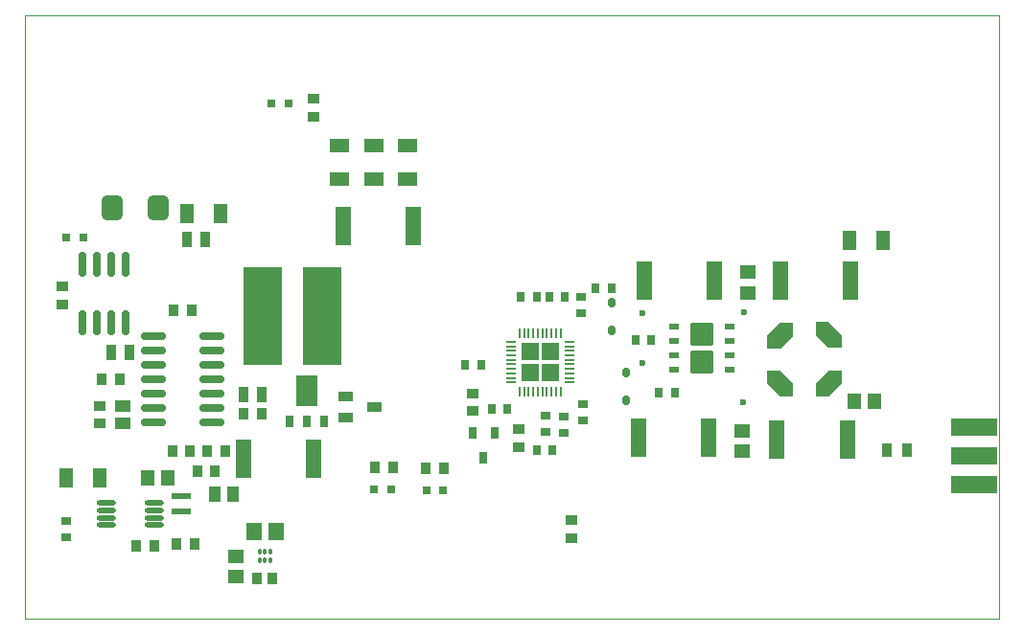
<source format=gtp>
G04 Layer_Color=7318015*
%FSLAX43Y43*%
%MOMM*%
G71*
G01*
G75*
G04:AMPARAMS|DCode=11|XSize=0.6mm|YSize=2.2mm|CornerRadius=0.135mm|HoleSize=0mm|Usage=FLASHONLY|Rotation=0.000|XOffset=0mm|YOffset=0mm|HoleType=Round|Shape=RoundedRectangle|*
%AMROUNDEDRECTD11*
21,1,0.600,1.930,0,0,0.0*
21,1,0.330,2.200,0,0,0.0*
1,1,0.270,0.165,-0.965*
1,1,0.270,-0.165,-0.965*
1,1,0.270,-0.165,0.965*
1,1,0.270,0.165,0.965*
%
%ADD11ROUNDEDRECTD11*%
G04:AMPARAMS|DCode=12|XSize=1.016mm|YSize=0.508mm|CornerRadius=0mm|HoleSize=0mm|Usage=FLASHONLY|Rotation=180.010|XOffset=0mm|YOffset=0mm|HoleType=Round|Shape=Rectangle|*
%AMROTATEDRECTD12*
4,1,4,0.508,0.254,0.508,-0.254,-0.508,-0.254,-0.508,0.254,0.508,0.254,0.0*
%
%ADD12ROTATEDRECTD12*%

G04:AMPARAMS|DCode=13|XSize=3.4mm|YSize=8.61mm|CornerRadius=0mm|HoleSize=0mm|Usage=FLASHONLY|Rotation=180.010|XOffset=0mm|YOffset=0mm|HoleType=Round|Shape=Rectangle|*
%AMROTATEDRECTD13*
4,1,4,1.699,4.305,1.701,-4.305,-1.699,-4.305,-1.701,4.305,1.699,4.305,0.0*
%
%ADD13ROTATEDRECTD13*%

%ADD14R,1.800X0.600*%
G04:AMPARAMS|DCode=15|XSize=0.7mm|YSize=1.1mm|CornerRadius=0.07mm|HoleSize=0mm|Usage=FLASHONLY|Rotation=0.000|XOffset=0mm|YOffset=0mm|HoleType=Round|Shape=RoundedRectangle|*
%AMROUNDEDRECTD15*
21,1,0.700,0.960,0,0,0.0*
21,1,0.560,1.100,0,0,0.0*
1,1,0.140,0.280,-0.480*
1,1,0.140,-0.280,-0.480*
1,1,0.140,-0.280,0.480*
1,1,0.140,0.280,0.480*
%
%ADD15ROUNDEDRECTD15*%
G04:AMPARAMS|DCode=20|XSize=0.6mm|YSize=2.2mm|CornerRadius=0.135mm|HoleSize=0mm|Usage=FLASHONLY|Rotation=90.000|XOffset=0mm|YOffset=0mm|HoleType=Round|Shape=RoundedRectangle|*
%AMROUNDEDRECTD20*
21,1,0.600,1.930,0,0,90.0*
21,1,0.330,2.200,0,0,90.0*
1,1,0.270,0.965,0.165*
1,1,0.270,0.965,-0.165*
1,1,0.270,-0.965,-0.165*
1,1,0.270,-0.965,0.165*
%
%ADD20ROUNDEDRECTD20*%
G04:AMPARAMS|DCode=21|XSize=0.45mm|YSize=0.9mm|CornerRadius=0.045mm|HoleSize=0mm|Usage=FLASHONLY|Rotation=90.002|XOffset=0mm|YOffset=0mm|HoleType=Round|Shape=RoundedRectangle|*
%AMROUNDEDRECTD21*
21,1,0.450,0.810,0,0,90.0*
21,1,0.360,0.900,0,0,90.0*
1,1,0.090,0.405,0.180*
1,1,0.090,0.405,-0.180*
1,1,0.090,-0.405,-0.180*
1,1,0.090,-0.405,0.180*
%
%ADD21ROUNDEDRECTD21*%
G04:AMPARAMS|DCode=22|XSize=2mm|YSize=2mm|CornerRadius=0.1mm|HoleSize=0mm|Usage=FLASHONLY|Rotation=90.002|XOffset=0mm|YOffset=0mm|HoleType=Round|Shape=RoundedRectangle|*
%AMROUNDEDRECTD22*
21,1,2.000,1.800,0,0,90.0*
21,1,1.800,2.000,0,0,90.0*
1,1,0.200,0.900,0.900*
1,1,0.200,0.900,-0.900*
1,1,0.200,-0.900,-0.900*
1,1,0.200,-0.900,0.900*
%
%ADD22ROUNDEDRECTD22*%
%ADD23R,0.900X1.000*%
%ADD24R,0.800X0.800*%
%ADD25R,1.000X0.900*%
%ADD26R,4.064X1.524*%
%ADD27R,0.950X1.350*%
%ADD28R,1.800X1.150*%
%ADD29R,0.850X1.300*%
%ADD30R,1.450X3.450*%
G04:AMPARAMS|DCode=31|XSize=1.35mm|YSize=0.95mm|CornerRadius=0mm|HoleSize=0mm|Usage=FLASHONLY|Rotation=270.010|XOffset=0mm|YOffset=0mm|HoleType=Round|Shape=Rectangle|*
%AMROTATEDRECTD31*
4,1,4,-0.475,0.675,0.475,0.675,0.475,-0.675,-0.475,-0.675,-0.475,0.675,0.0*
%
%ADD31ROTATEDRECTD31*%

G04:AMPARAMS|DCode=32|XSize=1.35mm|YSize=0.95mm|CornerRadius=0mm|HoleSize=0mm|Usage=FLASHONLY|Rotation=180.010|XOffset=0mm|YOffset=0mm|HoleType=Round|Shape=Rectangle|*
%AMROTATEDRECTD32*
4,1,4,0.675,0.475,0.675,-0.475,-0.675,-0.475,-0.675,0.475,0.675,0.475,0.0*
%
%ADD32ROTATEDRECTD32*%

%ADD33O,1.700X0.450*%
%ADD34R,0.900X0.700*%
%ADD35C,0.600*%
%ADD36R,1.150X1.800*%
%ADD37R,1.150X1.450*%
%ADD38R,1.450X1.150*%
G04:AMPARAMS|DCode=39|XSize=1.803mm|YSize=2.21mm|CornerRadius=0.406mm|HoleSize=0mm|Usage=FLASHONLY|Rotation=180.000|XOffset=0mm|YOffset=0mm|HoleType=Round|Shape=RoundedRectangle|*
%AMROUNDEDRECTD39*
21,1,1.803,1.398,0,0,180.0*
21,1,0.992,2.210,0,0,180.0*
1,1,0.812,-0.496,0.699*
1,1,0.812,0.496,0.699*
1,1,0.812,0.496,-0.699*
1,1,0.812,-0.496,-0.699*
%
%ADD39ROUNDEDRECTD39*%
G04:AMPARAMS|DCode=40|XSize=0.914mm|YSize=1.27mm|CornerRadius=0.073mm|HoleSize=0mm|Usage=FLASHONLY|Rotation=270.000|XOffset=0mm|YOffset=0mm|HoleType=Round|Shape=RoundedRectangle|*
%AMROUNDEDRECTD40*
21,1,0.914,1.124,0,0,270.0*
21,1,0.768,1.270,0,0,270.0*
1,1,0.146,-0.562,-0.384*
1,1,0.146,-0.562,0.384*
1,1,0.146,0.562,0.384*
1,1,0.146,0.562,-0.384*
%
%ADD40ROUNDEDRECTD40*%
G04:AMPARAMS|DCode=41|XSize=0.711mm|YSize=1.016mm|CornerRadius=0.089mm|HoleSize=0mm|Usage=FLASHONLY|Rotation=180.010|XOffset=0mm|YOffset=0mm|HoleType=Round|Shape=RoundedRectangle|*
%AMROUNDEDRECTD41*
21,1,0.711,0.838,0,0,180.0*
21,1,0.533,1.016,0,0,180.0*
1,1,0.178,-0.267,0.419*
1,1,0.178,0.267,0.419*
1,1,0.178,0.267,-0.419*
1,1,0.178,-0.267,-0.419*
%
%ADD41ROUNDEDRECTD41*%
G04:AMPARAMS|DCode=42|XSize=0.813mm|YSize=0.61mm|CornerRadius=0.137mm|HoleSize=0mm|Usage=FLASHONLY|Rotation=270.018|XOffset=0mm|YOffset=0mm|HoleType=Round|Shape=RoundedRectangle|*
%AMROUNDEDRECTD42*
21,1,0.813,0.335,0,0,270.0*
21,1,0.538,0.610,0,0,270.0*
1,1,0.274,-0.168,-0.269*
1,1,0.274,-0.168,0.269*
1,1,0.274,0.168,0.269*
1,1,0.274,0.168,-0.269*
%
%ADD42ROUNDEDRECTD42*%
G04:AMPARAMS|DCode=43|XSize=0.813mm|YSize=0.61mm|CornerRadius=0.137mm|HoleSize=0mm|Usage=FLASHONLY|Rotation=270.002|XOffset=0mm|YOffset=0mm|HoleType=Round|Shape=RoundedRectangle|*
%AMROUNDEDRECTD43*
21,1,0.813,0.335,0,0,270.0*
21,1,0.538,0.610,0,0,270.0*
1,1,0.274,-0.168,-0.269*
1,1,0.274,-0.168,0.269*
1,1,0.274,0.168,0.269*
1,1,0.274,0.168,-0.269*
%
%ADD43ROUNDEDRECTD43*%
%ADD44R,0.700X0.900*%
G04:AMPARAMS|DCode=45|XSize=1mm|YSize=0.9mm|CornerRadius=0mm|HoleSize=0mm|Usage=FLASHONLY|Rotation=180.002|XOffset=0mm|YOffset=0mm|HoleType=Round|Shape=Rectangle|*
%AMROTATEDRECTD45*
4,1,4,0.500,0.450,0.500,-0.450,-0.500,-0.450,-0.500,0.450,0.500,0.450,0.0*
%
%ADD45ROTATEDRECTD45*%

G04:AMPARAMS|DCode=46|XSize=0.9mm|YSize=0.7mm|CornerRadius=0mm|HoleSize=0mm|Usage=FLASHONLY|Rotation=0.010|XOffset=0mm|YOffset=0mm|HoleType=Round|Shape=Rectangle|*
%AMROTATEDRECTD46*
4,1,4,-0.450,-0.350,-0.450,0.350,0.450,0.350,0.450,-0.350,-0.450,-0.350,0.0*
%
%ADD46ROTATEDRECTD46*%

G04:AMPARAMS|DCode=47|XSize=0.3mm|YSize=0.49mm|CornerRadius=0.05mm|HoleSize=0mm|Usage=FLASHONLY|Rotation=180.000|XOffset=0mm|YOffset=0mm|HoleType=Round|Shape=RoundedRectangle|*
%AMROUNDEDRECTD47*
21,1,0.300,0.391,0,0,180.0*
21,1,0.201,0.490,0,0,180.0*
1,1,0.099,-0.101,0.196*
1,1,0.099,0.101,0.196*
1,1,0.099,0.101,-0.196*
1,1,0.099,-0.101,-0.196*
%
%ADD47ROUNDEDRECTD47*%
G04:AMPARAMS|DCode=48|XSize=0.3mm|YSize=0.52mm|CornerRadius=0.05mm|HoleSize=0mm|Usage=FLASHONLY|Rotation=180.000|XOffset=0mm|YOffset=0mm|HoleType=Round|Shape=RoundedRectangle|*
%AMROUNDEDRECTD48*
21,1,0.300,0.421,0,0,180.0*
21,1,0.201,0.520,0,0,180.0*
1,1,0.099,-0.101,0.210*
1,1,0.099,0.101,0.210*
1,1,0.099,0.101,-0.210*
1,1,0.099,-0.101,-0.210*
%
%ADD48ROUNDEDRECTD48*%
%ADD49R,1.330X1.570*%
%ADD64C,0.100*%
%ADD87R,0.700X1.100*%
%ADD88R,1.900X2.700*%
%ADD89P,2.121X4X315.0*%
G04:AMPARAMS|DCode=90|XSize=0.825mm|YSize=0.15mm|CornerRadius=0mm|HoleSize=0mm|Usage=FLASHONLY|Rotation=180.002|XOffset=0mm|YOffset=0mm|HoleType=Round|Shape=Rectangle|*
%AMROTATEDRECTD90*
4,1,4,0.412,0.075,0.412,-0.075,-0.412,-0.075,-0.412,0.075,0.412,0.075,0.0*
%
%ADD90ROTATEDRECTD90*%

G04:AMPARAMS|DCode=91|XSize=0.825mm|YSize=0.15mm|CornerRadius=0mm|HoleSize=0mm|Usage=FLASHONLY|Rotation=90.002|XOffset=0mm|YOffset=0mm|HoleType=Round|Shape=Rectangle|*
%AMROTATEDRECTD91*
4,1,4,0.075,-0.412,-0.075,-0.412,-0.075,0.412,0.075,0.412,0.075,-0.412,0.0*
%
%ADD91ROTATEDRECTD91*%

G04:AMPARAMS|DCode=92|XSize=0.825mm|YSize=0.15mm|CornerRadius=0mm|HoleSize=0mm|Usage=FLASHONLY|Rotation=90.002|XOffset=0mm|YOffset=0mm|HoleType=Round|Shape=Rectangle|*
%AMROTATEDRECTD92*
4,1,4,0.075,-0.412,-0.075,-0.412,-0.075,0.412,0.075,0.412,0.075,-0.412,0.0*
%
%ADD92ROTATEDRECTD92*%

G36*
X109620Y122413D02*
X109620Y121213D01*
X108495Y121212D01*
X107320Y122387D01*
X107319Y123512D01*
X108519Y123512D01*
X109620Y122413D01*
D02*
G37*
G36*
X113912Y122366D02*
X112744Y121191D01*
X111627Y121190D01*
X111626Y122390D01*
X112718Y123491D01*
X113912Y123491D01*
X113912Y122366D01*
D02*
G37*
G36*
X113912Y126630D02*
X113912Y125512D01*
X112718Y125512D01*
X111626Y126604D01*
X111626D01*
X111626Y127797D01*
X111625Y127798D01*
X111626Y127798D01*
X112743Y127798D01*
X113912Y126630D01*
D02*
G37*
G36*
X109619Y126591D02*
X108520Y125498D01*
X107320Y125498D01*
X107319Y126616D01*
X108494Y127784D01*
X109619Y127785D01*
X109619Y126591D01*
D02*
G37*
D11*
X48175Y127713D02*
D03*
Y132913D02*
D03*
X46905Y127713D02*
D03*
X49445D02*
D03*
X50715D02*
D03*
X46905Y132913D02*
D03*
X49445D02*
D03*
X50715D02*
D03*
D12*
X112810Y122296D02*
D03*
X112810Y126496D02*
D03*
X108410Y126495D02*
D03*
X108410Y122295D02*
D03*
D13*
X62805Y128313D02*
D03*
X68015Y128314D02*
D03*
D14*
X55610Y112388D02*
D03*
Y111038D02*
D03*
D15*
X68210Y119063D02*
D03*
X65210D02*
D03*
D20*
X53160Y126548D02*
D03*
Y124008D02*
D03*
X58360Y126548D02*
D03*
Y124008D02*
D03*
X53160Y125278D02*
D03*
X58360D02*
D03*
X53160Y122738D02*
D03*
Y121468D02*
D03*
Y118928D02*
D03*
X58360Y122738D02*
D03*
Y121468D02*
D03*
Y118928D02*
D03*
X53160Y120198D02*
D03*
X58360D02*
D03*
D21*
X104060Y123591D02*
D03*
X104060Y124861D02*
D03*
X104060Y126131D02*
D03*
X104060Y127401D02*
D03*
X99160Y127401D02*
D03*
X99160Y126131D02*
D03*
X99160Y124861D02*
D03*
X99160Y123591D02*
D03*
D22*
X101610Y126696D02*
D03*
X101610Y124296D02*
D03*
D23*
X50210Y122713D02*
D03*
X48610D02*
D03*
X77185Y114888D02*
D03*
X78785D02*
D03*
X56510Y128813D02*
D03*
X54910D02*
D03*
X72735Y114938D02*
D03*
X74335D02*
D03*
X56810Y108213D02*
D03*
X55210D02*
D03*
X53260Y108013D02*
D03*
X51660D02*
D03*
X62710Y119713D02*
D03*
X61110D02*
D03*
X56410Y116413D02*
D03*
X54810D02*
D03*
X58610Y114613D02*
D03*
X57010D02*
D03*
X59510Y116413D02*
D03*
X57910D02*
D03*
X62335Y105113D02*
D03*
X63685D02*
D03*
D24*
X78760Y112963D02*
D03*
X77260D02*
D03*
X74135Y112988D02*
D03*
X72635D02*
D03*
X63585Y147163D02*
D03*
X65085D02*
D03*
X46935Y135288D02*
D03*
X45435D02*
D03*
D25*
X67285Y147588D02*
D03*
Y145988D02*
D03*
X90110Y110313D02*
D03*
Y108713D02*
D03*
X81310Y121513D02*
D03*
Y119913D02*
D03*
X48410Y118813D02*
D03*
X48410Y120413D02*
D03*
X45085Y130963D02*
D03*
Y129363D02*
D03*
D26*
X125610Y118553D02*
D03*
Y113473D02*
D03*
Y116013D02*
D03*
D27*
X57710Y135113D02*
D03*
X56110D02*
D03*
X62710Y121413D02*
D03*
X61110D02*
D03*
X49410Y125113D02*
D03*
X51010D02*
D03*
D28*
X75610Y143413D02*
D03*
Y140413D02*
D03*
X69610Y143413D02*
D03*
Y140413D02*
D03*
X72610Y143413D02*
D03*
Y140413D02*
D03*
D29*
X117960Y116513D02*
D03*
X119660D02*
D03*
D30*
X102710Y131496D02*
D03*
X96510D02*
D03*
X114410Y117396D02*
D03*
X108210D02*
D03*
X108510Y131496D02*
D03*
X114710D02*
D03*
X67310Y115713D02*
D03*
X61110D02*
D03*
X69910Y136313D02*
D03*
X76110D02*
D03*
X96010Y117596D02*
D03*
X102210D02*
D03*
D31*
X60210Y112613D02*
D03*
X58610Y112613D02*
D03*
D32*
X50410Y118813D02*
D03*
X50410Y120413D02*
D03*
D33*
X49010Y111788D02*
D03*
Y111138D02*
D03*
Y110488D02*
D03*
Y109838D02*
D03*
X53210Y111788D02*
D03*
Y111138D02*
D03*
Y110488D02*
D03*
Y109838D02*
D03*
D34*
X45410Y110213D02*
D03*
Y108813D02*
D03*
X87810Y119513D02*
D03*
Y118113D02*
D03*
X91110Y120513D02*
D03*
X91110Y119113D02*
D03*
X90910Y130013D02*
D03*
X90910Y128613D02*
D03*
D35*
X96310Y124196D02*
D03*
X105210Y120696D02*
D03*
X105310Y128696D02*
D03*
X96310Y128596D02*
D03*
D36*
X59110Y137413D02*
D03*
X56110D02*
D03*
X48410Y114013D02*
D03*
X45410D02*
D03*
X114610Y134996D02*
D03*
X117610D02*
D03*
D37*
X52610Y114013D02*
D03*
X54410D02*
D03*
X116810Y120813D02*
D03*
X115010D02*
D03*
D38*
X60410Y107113D02*
D03*
Y105313D02*
D03*
X105610Y130396D02*
D03*
Y132196D02*
D03*
X105110Y116396D02*
D03*
Y118196D02*
D03*
D39*
X53542Y137913D02*
D03*
X49485D02*
D03*
D40*
X70140Y121266D02*
D03*
Y119348D02*
D03*
X72680Y120313D02*
D03*
D41*
X83260Y118013D02*
D03*
X81345Y118013D02*
D03*
X82310Y115796D02*
D03*
D42*
X94910Y123366D02*
D03*
X94910Y120846D02*
D03*
X93610Y127026D02*
D03*
D43*
X93610Y129546D02*
D03*
D44*
X84410Y120113D02*
D03*
X83010D02*
D03*
X93610Y130796D02*
D03*
X92210D02*
D03*
X82110Y124013D02*
D03*
X80710D02*
D03*
X85610Y129995D02*
D03*
X87010Y129996D02*
D03*
X87010Y116513D02*
D03*
X88410D02*
D03*
X89510Y129996D02*
D03*
X88110D02*
D03*
X95710Y126213D02*
D03*
X97110D02*
D03*
X97810Y121596D02*
D03*
X99210D02*
D03*
D45*
X85410Y116713D02*
D03*
X85410Y118313D02*
D03*
D46*
X89410Y118013D02*
D03*
X89410Y119413D02*
D03*
D47*
X62510Y106728D02*
D03*
X63510D02*
D03*
X63010D02*
D03*
Y107498D02*
D03*
X62510D02*
D03*
D48*
X63510Y107483D02*
D03*
D49*
X62025Y109313D02*
D03*
X63995D02*
D03*
D64*
X41810Y154913D02*
X127810D01*
Y101613D02*
Y154913D01*
X41810Y101613D02*
Y154913D01*
Y101613D02*
X127810D01*
D87*
X66710Y119063D02*
D03*
D88*
Y121713D02*
D03*
D89*
X86400Y123365D02*
D03*
X86400Y125165D02*
D03*
X88200Y123365D02*
D03*
X88200Y125166D02*
D03*
D90*
X89888Y126066D02*
D03*
X89888Y125666D02*
D03*
X89888Y125266D02*
D03*
X89888Y124865D02*
D03*
X89888Y124465D02*
D03*
X89888Y124066D02*
D03*
X89888Y123666D02*
D03*
X89888Y123266D02*
D03*
X89888Y122866D02*
D03*
X89888Y122465D02*
D03*
X84713Y122465D02*
D03*
X84713Y122865D02*
D03*
X84713Y123265D02*
D03*
X84713Y123665D02*
D03*
X84713Y124065D02*
D03*
X84713Y124465D02*
D03*
X84713Y124865D02*
D03*
X84713Y125265D02*
D03*
X84713Y125665D02*
D03*
X84713Y126065D02*
D03*
D91*
X89100Y121678D02*
D03*
X87501Y121678D02*
D03*
X87100Y121678D02*
D03*
X85501Y121678D02*
D03*
X85500Y126853D02*
D03*
X87100Y126853D02*
D03*
X87500Y126853D02*
D03*
X89100Y126853D02*
D03*
D92*
X88701Y121678D02*
D03*
X88300Y121678D02*
D03*
X87900Y121678D02*
D03*
X86701Y121678D02*
D03*
X86300Y121678D02*
D03*
X85900D02*
D03*
X85900Y126853D02*
D03*
X86300Y126853D02*
D03*
X86700Y126853D02*
D03*
X87900Y126853D02*
D03*
X88300Y126853D02*
D03*
X88700Y126853D02*
D03*
M02*

</source>
